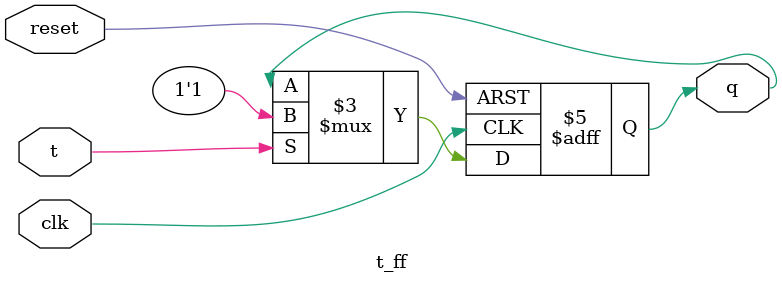
<source format=v>
module t_ff (
  input clk, t, reset,
  output reg q
);

  // Inicialização do valor de q
  initial begin
    q = 0;
  end

  // Lógica do flip-flop T
  always @(posedge clk or posedge reset) begin
    if (reset) begin
      q <= 0; // Reinicialização 
    end else begin
      if (t) begin
			q <= 1;
		end
    end
  end

endmodule

</source>
